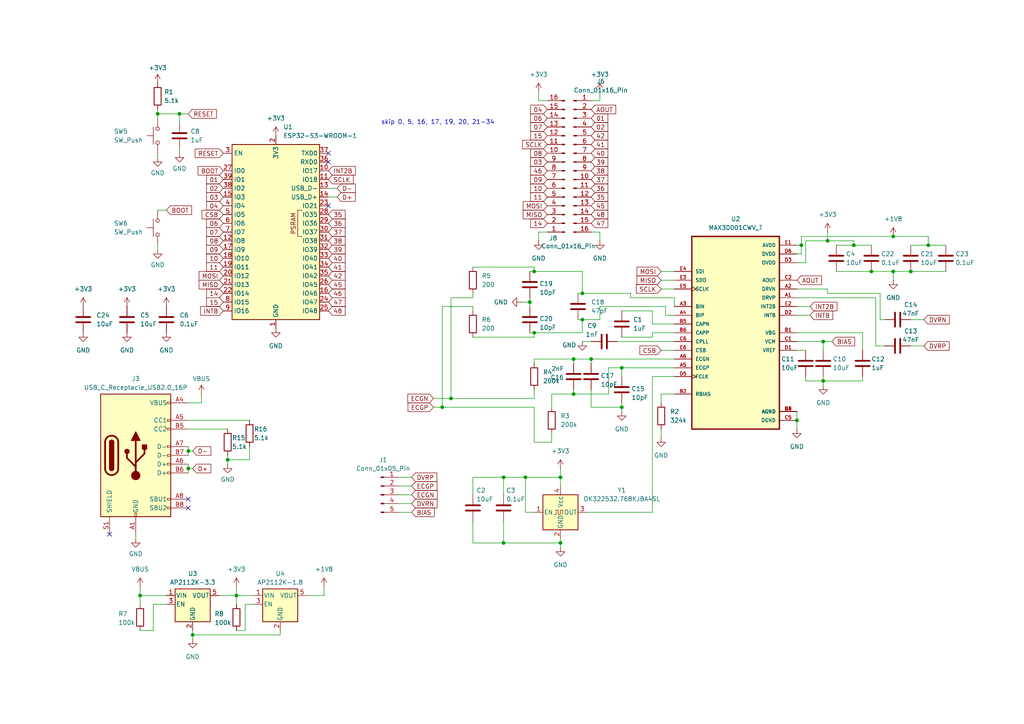
<source format=kicad_sch>
(kicad_sch (version 20250114) (generator "eeschema") (generator_version "9.0")
  (paper "A4")
  (text "skip 0, 5, 16, 17, 19, 20, 21-34" (at 127 35.56 0) (effects (font (size 1.27 1.27))))
  (junction (at 45.72 33.02))
  (junction (at 166.37 104.14))
  (junction (at 232.41 71.12))
  (junction (at 130.81 115.57))
  (junction (at 152.4 138.43))
  (junction (at 55.88 184.15))
  (junction (at 146.05 138.43))
  (junction (at 52.07 33.02))
  (junction (at 264.16 78.74))
  (junction (at 269.24 71.12))
  (junction (at 231.14 121.92))
  (junction (at 154.94 96.52))
  (junction (at 238.76 99.06))
  (junction (at 259.08 78.74))
  (junction (at 40.64 172.72))
  (junction (at 252.73 78.74))
  (junction (at 247.65 71.12))
  (junction (at 171.45 104.14))
  (junction (at 54.61 135.89))
  (junction (at 146.05 157.48))
  (junction (at 154.94 78.74))
  (junction (at 66.04 133.35))
  (junction (at 162.56 138.43))
  (junction (at 162.56 157.48))
  (junction (at 54.61 130.81))
  (junction (at 128.27 118.11))
  (junction (at 180.34 106.68))
  (junction (at 153.67 87.63))
  (junction (at 166.37 114.3))
  (junction (at 68.58 172.72))
  (junction (at 180.34 118.11))
  (junction (at 168.91 92.71))
  (junction (at 168.91 85.09))
  (junction (at 259.08 68.58))
  (junction (at 238.76 110.49))
  (junction (at 240.03 69.85))
  (no_connect (at 95.25 59.69))
  (no_connect (at 54.61 144.78))
  (no_connect (at 31.75 154.94))
  (no_connect (at 95.25 44.45))
  (no_connect (at 95.25 46.99))
  (no_connect (at 54.61 147.32))
  (wire (pts (xy 44.45 182.88) (xy 40.64 182.88)))
  (wire (pts (xy 54.61 130.81) (xy 55.88 130.81)))
  (wire (pts (xy 162.56 135.89) (xy 162.56 138.43)))
  (wire (pts (xy 45.72 60.96) (xy 48.26 60.96)))
  (wire (pts (xy 171.45 118.11) (xy 180.34 118.11)))
  (wire (pts (xy 231.14 119.38) (xy 231.14 121.92)))
  (wire (pts (xy 119.38 146.05) (xy 115.57 146.05)))
  (wire (pts (xy 154.94 118.11) (xy 128.27 118.11)))
  (wire (pts (xy 158.75 67.31) (xy 156.21 67.31)))
  (wire (pts (xy 232.41 68.58) (xy 259.08 68.58)))
  (wire (pts (xy 66.04 133.35) (xy 66.04 132.08)))
  (wire (pts (xy 189.23 109.22) (xy 195.58 109.22)))
  (wire (pts (xy 137.16 97.79) (xy 154.94 97.79)))
  (wire (pts (xy 173.99 92.71) (xy 168.91 92.71)))
  (wire (pts (xy 255.27 92.71) (xy 256.54 92.71)))
  (wire (pts (xy 193.04 91.44) (xy 193.04 88.9)))
  (wire (pts (xy 146.05 138.43) (xy 152.4 138.43)))
  (wire (pts (xy 68.58 182.88) (xy 71.12 182.88)))
  (wire (pts (xy 162.56 138.43) (xy 162.56 140.97)))
  (wire (pts (xy 119.38 138.43) (xy 115.57 138.43)))
  (wire (pts (xy 160.02 114.3) (xy 166.37 114.3)))
  (wire (pts (xy 191.77 83.82) (xy 195.58 83.82)))
  (wire (pts (xy 156.21 67.31) (xy 156.21 69.85)))
  (wire (pts (xy 167.64 85.09) (xy 168.91 85.09)))
  (wire (pts (xy 238.76 99.06) (xy 241.3 99.06)))
  (wire (pts (xy 191.77 116.84) (xy 191.77 114.3)))
  (wire (pts (xy 154.94 104.14) (xy 166.37 104.14)))
  (wire (pts (xy 45.72 72.39) (xy 45.72 71.12)))
  (wire (pts (xy 171.45 105.41) (xy 171.45 104.14)))
  (wire (pts (xy 63.5 172.72) (xy 68.58 172.72)))
  (wire (pts (xy 242.57 78.74) (xy 252.73 78.74)))
  (wire (pts (xy 45.72 33.02) (xy 52.07 33.02)))
  (wire (pts (xy 269.24 71.12) (xy 274.32 71.12)))
  (wire (pts (xy 191.77 124.46) (xy 191.77 127)))
  (wire (pts (xy 195.58 91.44) (xy 193.04 91.44)))
  (wire (pts (xy 137.16 138.43) (xy 146.05 138.43)))
  (wire (pts (xy 137.16 157.48) (xy 146.05 157.48)))
  (wire (pts (xy 156.21 26.67) (xy 156.21 29.21)))
  (wire (pts (xy 40.64 172.72) (xy 48.26 172.72)))
  (wire (pts (xy 58.42 114.3) (xy 58.42 116.84)))
  (wire (pts (xy 233.68 69.85) (xy 240.03 69.85)))
  (wire (pts (xy 45.72 45.72) (xy 45.72 44.45)))
  (wire (pts (xy 168.91 96.52) (xy 168.91 92.71)))
  (wire (pts (xy 264.16 92.71) (xy 267.97 92.71)))
  (wire (pts (xy 166.37 104.14) (xy 166.37 105.41)))
  (wire (pts (xy 264.16 100.33) (xy 267.97 100.33)))
  (wire (pts (xy 238.76 110.49) (xy 238.76 111.76)))
  (wire (pts (xy 250.19 110.49) (xy 238.76 110.49)))
  (wire (pts (xy 153.67 86.36) (xy 153.67 87.63)))
  (wire (pts (xy 162.56 157.48) (xy 162.56 158.75)))
  (wire (pts (xy 154.94 78.74) (xy 168.91 78.74)))
  (wire (pts (xy 128.27 88.9) (xy 128.27 118.11)))
  (wire (pts (xy 40.64 170.18) (xy 40.64 172.72)))
  (wire (pts (xy 54.61 134.62) (xy 54.61 135.89)))
  (wire (pts (xy 162.56 156.21) (xy 162.56 157.48)))
  (wire (pts (xy 168.91 85.09) (xy 182.88 85.09)))
  (wire (pts (xy 39.37 156.21) (xy 39.37 154.94)))
  (wire (pts (xy 240.03 85.09) (xy 255.27 85.09)))
  (wire (pts (xy 48.26 175.26) (xy 44.45 175.26)))
  (wire (pts (xy 269.24 68.58) (xy 269.24 71.12)))
  (wire (pts (xy 231.14 101.6) (xy 233.68 101.6)))
  (wire (pts (xy 130.81 86.36) (xy 130.81 115.57)))
  (wire (pts (xy 158.75 29.21) (xy 156.21 29.21)))
  (wire (pts (xy 233.68 109.22) (xy 233.68 110.49)))
  (wire (pts (xy 166.37 104.14) (xy 171.45 104.14)))
  (wire (pts (xy 189.23 93.98) (xy 189.23 90.17)))
  (wire (pts (xy 137.16 151.13) (xy 137.16 157.48)))
  (wire (pts (xy 54.61 135.89) (xy 55.88 135.89)))
  (wire (pts (xy 153.67 78.74) (xy 154.94 78.74)))
  (wire (pts (xy 119.38 148.59) (xy 115.57 148.59)))
  (wire (pts (xy 252.73 78.74) (xy 259.08 78.74)))
  (wire (pts (xy 119.38 143.51) (xy 115.57 143.51)))
  (wire (pts (xy 137.16 88.9) (xy 137.16 90.17)))
  (wire (pts (xy 154.94 148.59) (xy 152.4 148.59)))
  (wire (pts (xy 168.91 99.06) (xy 171.45 99.06)))
  (wire (pts (xy 137.16 86.36) (xy 137.16 85.09)))
  (wire (pts (xy 264.16 78.74) (xy 274.32 78.74)))
  (wire (pts (xy 151.13 87.63) (xy 153.67 87.63)))
  (wire (pts (xy 254 86.36) (xy 254 100.33)))
  (wire (pts (xy 231.14 91.44) (xy 234.95 91.44)))
  (wire (pts (xy 45.72 31.75) (xy 45.72 33.02)))
  (wire (pts (xy 160.02 128.27) (xy 160.02 125.73)))
  (wire (pts (xy 68.58 172.72) (xy 73.66 172.72)))
  (wire (pts (xy 152.4 138.43) (xy 162.56 138.43)))
  (wire (pts (xy 154.94 115.57) (xy 154.94 113.03)))
  (wire (pts (xy 232.41 71.12) (xy 231.14 71.12)))
  (wire (pts (xy 52.07 44.45) (xy 52.07 43.18)))
  (wire (pts (xy 173.99 67.31) (xy 173.99 69.85)))
  (wire (pts (xy 264.16 71.12) (xy 269.24 71.12)))
  (wire (pts (xy 130.81 115.57) (xy 154.94 115.57)))
  (wire (pts (xy 168.91 92.71) (xy 167.64 92.71)))
  (wire (pts (xy 170.18 148.59) (xy 189.23 148.59)))
  (wire (pts (xy 240.03 69.85) (xy 247.65 69.85)))
  (wire (pts (xy 130.81 86.36) (xy 137.16 86.36)))
  (wire (pts (xy 189.23 96.52) (xy 189.23 97.79)))
  (wire (pts (xy 40.64 175.26) (xy 40.64 172.72)))
  (wire (pts (xy 250.19 96.52) (xy 250.19 101.6)))
  (wire (pts (xy 128.27 118.11) (xy 125.73 118.11)))
  (wire (pts (xy 52.07 33.02) (xy 52.07 35.56)))
  (wire (pts (xy 176.53 114.3) (xy 176.53 106.68)))
  (wire (pts (xy 137.16 143.51) (xy 137.16 138.43)))
  (wire (pts (xy 191.77 81.28) (xy 195.58 81.28)))
  (wire (pts (xy 154.94 128.27) (xy 154.94 118.11)))
  (wire (pts (xy 154.94 128.27) (xy 160.02 128.27)))
  (wire (pts (xy 259.08 81.28) (xy 259.08 78.74)))
  (wire (pts (xy 180.34 118.11) (xy 180.34 119.38)))
  (wire (pts (xy 72.39 133.35) (xy 66.04 133.35)))
  (wire (pts (xy 52.07 33.02) (xy 54.61 33.02)))
  (wire (pts (xy 231.14 76.2) (xy 233.68 76.2)))
  (wire (pts (xy 166.37 113.03) (xy 166.37 114.3)))
  (wire (pts (xy 250.19 109.22) (xy 250.19 110.49)))
  (wire (pts (xy 153.67 96.52) (xy 154.94 96.52)))
  (wire (pts (xy 180.34 116.84) (xy 180.34 118.11)))
  (wire (pts (xy 54.61 135.89) (xy 54.61 137.16)))
  (wire (pts (xy 233.68 76.2) (xy 233.68 69.85)))
  (wire (pts (xy 238.76 109.22) (xy 238.76 110.49)))
  (wire (pts (xy 137.16 77.47) (xy 154.94 77.47)))
  (wire (pts (xy 182.88 86.36) (xy 195.58 86.36)))
  (wire (pts (xy 191.77 114.3) (xy 195.58 114.3)))
  (wire (pts (xy 95.25 54.61) (xy 97.79 54.61)))
  (wire (pts (xy 232.41 73.66) (xy 232.41 71.12)))
  (wire (pts (xy 182.88 85.09) (xy 182.88 86.36)))
  (wire (pts (xy 68.58 170.18) (xy 68.58 172.72)))
  (wire (pts (xy 231.14 96.52) (xy 250.19 96.52)))
  (wire (pts (xy 119.38 140.97) (xy 115.57 140.97)))
  (wire (pts (xy 232.41 68.58) (xy 232.41 71.12)))
  (wire (pts (xy 231.14 83.82) (xy 240.03 83.82)))
  (wire (pts (xy 146.05 157.48) (xy 162.56 157.48)))
  (wire (pts (xy 154.94 105.41) (xy 154.94 104.14)))
  (wire (pts (xy 81.28 182.88) (xy 81.28 184.15)))
  (wire (pts (xy 231.14 99.06) (xy 238.76 99.06)))
  (wire (pts (xy 193.04 88.9) (xy 173.99 88.9)))
  (wire (pts (xy 242.57 71.12) (xy 247.65 71.12)))
  (wire (pts (xy 189.23 97.79) (xy 180.34 97.79)))
  (wire (pts (xy 189.23 148.59) (xy 189.23 109.22)))
  (wire (pts (xy 247.65 71.12) (xy 252.73 71.12)))
  (wire (pts (xy 154.94 77.47) (xy 154.94 78.74)))
  (wire (pts (xy 125.73 115.57) (xy 130.81 115.57)))
  (wire (pts (xy 55.88 182.88) (xy 55.88 184.15)))
  (wire (pts (xy 153.67 87.63) (xy 153.67 88.9)))
  (wire (pts (xy 55.88 184.15) (xy 55.88 185.42)))
  (wire (pts (xy 180.34 106.68) (xy 180.34 109.22)))
  (wire (pts (xy 88.9 172.72) (xy 93.98 172.72)))
  (wire (pts (xy 93.98 170.18) (xy 93.98 172.72)))
  (wire (pts (xy 259.08 78.74) (xy 264.16 78.74)))
  (wire (pts (xy 81.28 184.15) (xy 55.88 184.15)))
  (wire (pts (xy 240.03 83.82) (xy 240.03 85.09)))
  (wire (pts (xy 171.45 29.21) (xy 173.99 29.21)))
  (wire (pts (xy 152.4 148.59) (xy 152.4 138.43)))
  (wire (pts (xy 166.37 114.3) (xy 176.53 114.3)))
  (wire (pts (xy 231.14 86.36) (xy 254 86.36)))
  (wire (pts (xy 95.25 57.15) (xy 97.79 57.15)))
  (wire (pts (xy 66.04 134.62) (xy 66.04 133.35)))
  (wire (pts (xy 171.45 104.14) (xy 195.58 104.14)))
  (wire (pts (xy 240.03 67.31) (xy 240.03 69.85)))
  (wire (pts (xy 254 100.33) (xy 256.54 100.33)))
  (wire (pts (xy 146.05 143.51) (xy 146.05 138.43)))
  (wire (pts (xy 176.53 106.68) (xy 180.34 106.68)))
  (wire (pts (xy 195.58 96.52) (xy 189.23 96.52)))
  (wire (pts (xy 160.02 114.3) (xy 160.02 118.11)))
  (wire (pts (xy 195.58 93.98) (xy 189.23 93.98)))
  (wire (pts (xy 45.72 34.29) (xy 45.72 33.02)))
  (wire (pts (xy 231.14 88.9) (xy 234.95 88.9)))
  (wire (pts (xy 247.65 69.85) (xy 247.65 71.12)))
  (wire (pts (xy 259.08 68.58) (xy 269.24 68.58)))
  (wire (pts (xy 72.39 129.54) (xy 72.39 133.35)))
  (wire (pts (xy 54.61 124.46) (xy 66.04 124.46)))
  (wire (pts (xy 171.45 113.03) (xy 171.45 118.11)))
  (wire (pts (xy 179.07 99.06) (xy 195.58 99.06)))
  (wire (pts (xy 173.99 26.67) (xy 173.99 29.21)))
  (wire (pts (xy 54.61 129.54) (xy 54.61 130.81)))
  (wire (pts (xy 233.68 110.49) (xy 238.76 110.49)))
  (wire (pts (xy 71.12 175.26) (xy 73.66 175.26)))
  (wire (pts (xy 44.45 175.26) (xy 44.45 182.88)))
  (wire (pts (xy 255.27 85.09) (xy 255.27 92.71)))
  (wire (pts (xy 68.58 172.72) (xy 68.58 175.26)))
  (wire (pts (xy 189.23 90.17) (xy 180.34 90.17)))
  (wire (pts (xy 146.05 151.13) (xy 146.05 157.48)))
  (wire (pts (xy 168.91 78.74) (xy 168.91 85.09)))
  (wire (pts (xy 173.99 88.9) (xy 173.99 92.71)))
  (wire (pts (xy 71.12 182.88) (xy 71.12 175.26)))
  (wire (pts (xy 154.94 97.79) (xy 154.94 96.52)))
  (wire (pts (xy 231.14 121.92) (xy 231.14 124.46)))
  (wire (pts (xy 238.76 99.06) (xy 238.76 101.6)))
  (wire (pts (xy 54.61 121.92) (xy 72.39 121.92)))
  (wire (pts (xy 154.94 96.52) (xy 168.91 96.52)))
  (wire (pts (xy 195.58 86.36) (xy 195.58 88.9)))
  (wire (pts (xy 58.42 116.84) (xy 54.61 116.84)))
  (wire (pts (xy 231.14 73.66) (xy 232.41 73.66)))
  (wire (pts (xy 191.77 101.6) (xy 195.58 101.6)))
  (wire (pts (xy 191.77 78.74) (xy 195.58 78.74)))
  (wire (pts (xy 54.61 130.81) (xy 54.61 132.08)))
  (wire (pts (xy 171.45 67.31) (xy 173.99 67.31)))
  (wire (pts (xy 180.34 106.68) (xy 195.58 106.68)))
  (wire (pts (xy 128.27 88.9) (xy 137.16 88.9)))
  (global_label "D-" (shape input) (at 55.88 130.81 0) (property "Intersheetrefs" "${INTERSHEET_REFS}" (effects (hide yes))))
  (global_label "09" (shape input) (at 158.75 52.07 180) (property "Intersheetrefs" "${INTERSHEET_REFS}" (effects (hide yes))))
  (global_label "36" (shape input) (at 171.45 54.61 0) (property "Intersheetrefs" "${INTERSHEET_REFS}" (effects (hide yes))))
  (global_label "08" (shape input) (at 64.77 69.85 180) (property "Intersheetrefs" "${INTERSHEET_REFS}" (effects (hide yes))))
  (global_label "ECGP" (shape input) (at 125.73 118.11 180) (property "Intersheetrefs" "${INTERSHEET_REFS}" (effects (hide yes))))
  (global_label "INT2B" (shape input) (at 95.25 49.53 0) (property "Intersheetrefs" "${INTERSHEET_REFS}" (effects (hide yes))))
  (global_label "RESET" (shape input) (at 64.77 44.45 180) (property "Intersheetrefs" "${INTERSHEET_REFS}" (effects (hide yes))))
  (global_label "AOUT" (shape input) (at 231.14 81.28 0) (property "Intersheetrefs" "${INTERSHEET_REFS}" (effects (hide yes))))
  (global_label "04" (shape input) (at 64.77 59.69 180) (property "Intersheetrefs" "${INTERSHEET_REFS}" (effects (hide yes))))
  (global_label "DVRP" (shape input) (at 119.38 138.43 0) (property "Intersheetrefs" "${INTERSHEET_REFS}" (effects (hide yes))))
  (global_label "MISO" (shape input) (at 191.77 81.28 180) (property "Intersheetrefs" "${INTERSHEET_REFS}" (effects (hide yes))))
  (global_label "37" (shape input) (at 171.45 52.07 0) (property "Intersheetrefs" "${INTERSHEET_REFS}" (effects (hide yes))))
  (global_label "35" (shape input) (at 171.45 57.15 0) (property "Intersheetrefs" "${INTERSHEET_REFS}" (effects (hide yes))))
  (global_label "39" (shape input) (at 171.45 46.99 0) (property "Intersheetrefs" "${INTERSHEET_REFS}" (effects (hide yes))))
  (global_label "MISO" (shape input) (at 158.75 62.23 180) (property "Intersheetrefs" "${INTERSHEET_REFS}" (effects (hide yes))))
  (global_label "ECGP" (shape input) (at 119.38 140.97 0) (property "Intersheetrefs" "${INTERSHEET_REFS}" (effects (hide yes))))
  (global_label "15" (shape input) (at 158.75 39.37 180) (property "Intersheetrefs" "${INTERSHEET_REFS}" (effects (hide yes))))
  (global_label "BOOT" (shape input) (at 48.26 60.96 0) (property "Intersheetrefs" "${INTERSHEET_REFS}" (effects (hide yes))))
  (global_label "36" (shape input) (at 95.25 64.77 0) (property "Intersheetrefs" "${INTERSHEET_REFS}" (effects (hide yes))))
  (global_label "10" (shape input) (at 64.77 74.93 180) (property "Intersheetrefs" "${INTERSHEET_REFS}" (effects (hide yes))))
  (global_label "INTB" (shape input) (at 64.77 90.17 180) (property "Intersheetrefs" "${INTERSHEET_REFS}" (effects (hide yes))))
  (global_label "D+" (shape input) (at 55.88 135.89 0) (property "Intersheetrefs" "${INTERSHEET_REFS}" (effects (hide yes))))
  (global_label "11" (shape input) (at 158.75 57.15 180) (property "Intersheetrefs" "${INTERSHEET_REFS}" (effects (hide yes))))
  (global_label "37" (shape input) (at 95.25 67.31 0) (property "Intersheetrefs" "${INTERSHEET_REFS}" (effects (hide yes))))
  (global_label "02" (shape input) (at 171.45 36.83 0) (property "Intersheetrefs" "${INTERSHEET_REFS}" (effects (hide yes))))
  (global_label "02" (shape input) (at 64.77 54.61 180) (property "Intersheetrefs" "${INTERSHEET_REFS}" (effects (hide yes))))
  (global_label "41" (shape input) (at 171.45 41.91 0) (property "Intersheetrefs" "${INTERSHEET_REFS}" (effects (hide yes))))
  (global_label "40" (shape input) (at 171.45 44.45 0) (property "Intersheetrefs" "${INTERSHEET_REFS}" (effects (hide yes))))
  (global_label "42" (shape input) (at 95.25 80.01 0) (property "Intersheetrefs" "${INTERSHEET_REFS}" (effects (hide yes))))
  (global_label "MOSI" (shape input) (at 191.77 78.74 180) (property "Intersheetrefs" "${INTERSHEET_REFS}" (effects (hide yes))))
  (global_label "38" (shape input) (at 171.45 49.53 0) (property "Intersheetrefs" "${INTERSHEET_REFS}" (effects (hide yes))))
  (global_label "45" (shape input) (at 171.45 59.69 0) (property "Intersheetrefs" "${INTERSHEET_REFS}" (effects (hide yes))))
  (global_label "48" (shape input) (at 171.45 62.23 0) (property "Intersheetrefs" "${INTERSHEET_REFS}" (effects (hide yes))))
  (global_label "46" (shape input) (at 158.75 49.53 180) (property "Intersheetrefs" "${INTERSHEET_REFS}" (effects (hide yes))))
  (global_label "42" (shape input) (at 171.45 39.37 0) (property "Intersheetrefs" "${INTERSHEET_REFS}" (effects (hide yes))))
  (global_label "DVRP" (shape input) (at 267.97 100.33 0) (property "Intersheetrefs" "${INTERSHEET_REFS}" (effects (hide yes))))
  (global_label "RESET" (shape input) (at 54.61 33.02 0) (property "Intersheetrefs" "${INTERSHEET_REFS}" (effects (hide yes))))
  (global_label "ECGN" (shape input) (at 125.73 115.57 180) (property "Intersheetrefs" "${INTERSHEET_REFS}" (effects (hide yes))))
  (global_label "INTB" (shape input) (at 234.95 91.44 0) (property "Intersheetrefs" "${INTERSHEET_REFS}" (effects (hide yes))))
  (global_label "39" (shape input) (at 95.25 72.39 0) (property "Intersheetrefs" "${INTERSHEET_REFS}" (effects (hide yes))))
  (global_label "BIAS" (shape input) (at 119.38 148.59 0) (property "Intersheetrefs" "${INTERSHEET_REFS}" (effects (hide yes))))
  (global_label "SCLK" (shape input) (at 191.77 83.82 180) (property "Intersheetrefs" "${INTERSHEET_REFS}" (effects (hide yes))))
  (global_label "14" (shape input) (at 158.75 64.77 180) (property "Intersheetrefs" "${INTERSHEET_REFS}" (effects (hide yes))))
  (global_label "03" (shape input) (at 64.77 57.15 180) (property "Intersheetrefs" "${INTERSHEET_REFS}" (effects (hide yes))))
  (global_label "SCLK" (shape input) (at 158.75 41.91 180) (property "Intersheetrefs" "${INTERSHEET_REFS}" (effects (hide yes))))
  (global_label "06" (shape input) (at 158.75 34.29 180) (property "Intersheetrefs" "${INTERSHEET_REFS}" (effects (hide yes))))
  (global_label "ECGN" (shape input) (at 119.38 143.51 0) (property "Intersheetrefs" "${INTERSHEET_REFS}" (effects (hide yes))))
  (global_label "01" (shape input) (at 171.45 34.29 0) (property "Intersheetrefs" "${INTERSHEET_REFS}" (effects (hide yes))))
  (global_label "INT2B" (shape input) (at 234.95 88.9 0) (property "Intersheetrefs" "${INTERSHEET_REFS}" (effects (hide yes))))
  (global_label "03" (shape input) (at 158.75 46.99 180) (property "Intersheetrefs" "${INTERSHEET_REFS}" (effects (hide yes))))
  (global_label "07" (shape input) (at 64.77 67.31 180) (property "Intersheetrefs" "${INTERSHEET_REFS}" (effects (hide yes))))
  (global_label "14" (shape input) (at 64.77 85.09 180) (property "Intersheetrefs" "${INTERSHEET_REFS}" (effects (hide yes))))
  (global_label "40" (shape input) (at 95.25 74.93 0) (property "Intersheetrefs" "${INTERSHEET_REFS}" (effects (hide yes))))
  (global_label "01" (shape input) (at 64.77 52.07 180) (property "Intersheetrefs" "${INTERSHEET_REFS}" (effects (hide yes))))
  (global_label "06" (shape input) (at 64.77 64.77 180) (property "Intersheetrefs" "${INTERSHEET_REFS}" (effects (hide yes))))
  (global_label "15" (shape input) (at 64.77 87.63 180) (property "Intersheetrefs" "${INTERSHEET_REFS}" (effects (hide yes))))
  (global_label "MISO" (shape input) (at 64.77 82.55 180) (property "Intersheetrefs" "${INTERSHEET_REFS}" (effects (hide yes))))
  (global_label "DVRN" (shape input) (at 267.97 92.71 0) (property "Intersheetrefs" "${INTERSHEET_REFS}" (effects (hide yes))))
  (global_label "11" (shape input) (at 64.77 77.47 180) (property "Intersheetrefs" "${INTERSHEET_REFS}" (effects (hide yes))))
  (global_label "46" (shape input) (at 95.25 85.09 0) (property "Intersheetrefs" "${INTERSHEET_REFS}" (effects (hide yes))))
  (global_label "45" (shape input) (at 95.25 82.55 0) (property "Intersheetrefs" "${INTERSHEET_REFS}" (effects (hide yes))))
  (global_label "SCLK" (shape input) (at 95.25 52.07 0) (property "Intersheetrefs" "${INTERSHEET_REFS}" (effects (hide yes))))
  (global_label "MOSI" (shape input) (at 64.77 80.01 180) (property "Intersheetrefs" "${INTERSHEET_REFS}" (effects (hide yes))))
  (global_label "48" (shape input) (at 95.25 90.17 0) (property "Intersheetrefs" "${INTERSHEET_REFS}" (effects (hide yes))))
  (global_label "10" (shape input) (at 158.75 54.61 180) (property "Intersheetrefs" "${INTERSHEET_REFS}" (effects (hide yes))))
  (global_label "D+" (shape input) (at 97.79 57.15 0) (property "Intersheetrefs" "${INTERSHEET_REFS}" (effects (hide yes))))
  (global_label "BOOT" (shape input) (at 64.77 49.53 180) (property "Intersheetrefs" "${INTERSHEET_REFS}" (effects (hide yes))))
  (global_label "09" (shape input) (at 64.77 72.39 180) (property "Intersheetrefs" "${INTERSHEET_REFS}" (effects (hide yes))))
  (global_label "07" (shape input) (at 158.75 36.83 180) (property "Intersheetrefs" "${INTERSHEET_REFS}" (effects (hide yes))))
  (global_label "MOSI" (shape input) (at 158.75 59.69 180) (property "Intersheetrefs" "${INTERSHEET_REFS}" (effects (hide yes))))
  (global_label "41" (shape input) (at 95.25 77.47 0) (property "Intersheetrefs" "${INTERSHEET_REFS}" (effects (hide yes))))
  (global_label "DVRN" (shape input) (at 119.38 146.05 0) (property "Intersheetrefs" "${INTERSHEET_REFS}" (effects (hide yes))))
  (global_label "38" (shape input) (at 95.25 69.85 0) (property "Intersheetrefs" "${INTERSHEET_REFS}" (effects (hide yes))))
  (global_label "47" (shape input) (at 95.25 87.63 0) (property "Intersheetrefs" "${INTERSHEET_REFS}" (effects (hide yes))))
  (global_label "D-" (shape input) (at 97.79 54.61 0) (property "Intersheetrefs" "${INTERSHEET_REFS}" (effects (hide yes))))
  (global_label "47" (shape input) (at 171.45 64.77 0) (property "Intersheetrefs" "${INTERSHEET_REFS}" (effects (hide yes))))
  (global_label "AOUT" (shape input) (at 171.45 31.75 0) (property "Intersheetrefs" "${INTERSHEET_REFS}" (effects (hide yes))))
  (global_label "BIAS" (shape input) (at 241.3 99.06 0) (property "Intersheetrefs" "${INTERSHEET_REFS}" (effects (hide yes))))
  (global_label "CSB" (shape input) (at 64.77 62.23 180) (property "Intersheetrefs" "${INTERSHEET_REFS}" (effects (hide yes))))
  (global_label "CSB" (shape input) (at 191.77 101.6 180) (property "Intersheetrefs" "${INTERSHEET_REFS}" (effects (hide yes))))
  (global_label "04" (shape input) (at 158.75 31.75 180) (property "Intersheetrefs" "${INTERSHEET_REFS}" (effects (hide yes))))
  (global_label "35" (shape input) (at 95.25 62.23 0) (property "Intersheetrefs" "${INTERSHEET_REFS}" (effects (hide yes))))
  (global_label "08" (shape input) (at 158.75 44.45 180) (property "Intersheetrefs" "${INTERSHEET_REFS}" (effects (hide yes))))
  (symbol (lib_id "Device:C") (at 260.35 100.33 90) (unit 1)
    (property "Reference" "C13" (at 264.16 96.012 90))
    (property "Value" "47nF" (at 264.16 98.552 90))
    (property "Footprint" "Capacitor_SMD:C_0805_2012Metric" (effects (hide yes)))
    (property "Description" "Unpolarized capacitor" (effects (hide yes)))
  )
  (symbol (lib_id "Device:C") (at 175.26 99.06 90) (unit 1)
    (property "Reference" "C9" (at 171.704 94.488 90))
    (property "Value" "1nF" (at 171.704 97.028 90))
    (property "Footprint" "Capacitor_SMD:C_0805_2012Metric" (effects (hide yes)))
    (property "Description" "Unpolarized capacitor" (effects (hide yes)))
  )
  (symbol (lib_id "Device:C") (at 146.05 147.32 0) (unit 1)
    (property "Reference" "C3" (at 146.812 142.24 0) (effects (justify left)))
    (property "Value" "0.1uF" (at 146.812 144.78 0) (effects (justify left)))
    (property "Footprint" "Capacitor_SMD:C_0805_2012Metric" (effects (hide yes)))
    (property "Description" "Unpolarized capacitor" (effects (hide yes)))
  )
  (symbol (lib_id "Connector:Conn_01x05_Pin") (at 110.49 143.51 0) (unit 1)
    (property "Reference" "J1" (at 111.125 133.35 0))
    (property "Value" "Conn_01x05_Pin" (at 111.125 135.89 0))
    (property "Footprint" "Connector_PinHeader_2.54mm:PinHeader_1x05_P2.54mm_Vertical" (effects (hide yes)))
    (property "Description" "Generic connector, single row, 01x05, script generated" (effects (hide yes)))
  )
  (symbol (lib_id "power:+3V3") (at 156.21 26.67 0) (unit 1)
    (property "Reference" "#PWR031" (effects (hide yes)))
    (property "Value" "+3V3" (at 156.21 21.59 0))
    (property "Description" "Power symbol creates a global label with name \"+3V3\"" (effects (hide yes)))
  )
  (symbol (lib_id "Device:C") (at 250.19 105.41 0) (unit 1)
    (property "Reference" "C12" (at 252.73 104.14 0) (effects (justify left)))
    (property "Value" "1uF" (at 252.73 106.68 0) (effects (justify left)))
    (property "Footprint" "Capacitor_SMD:C_0805_2012Metric" (effects (hide yes)))
    (property "Description" "Unpolarized capacitor" (effects (hide yes)))
  )
  (symbol (lib_name "GND_13") (lib_id "power:GND") (at 156.21 69.85 0) (unit 1)
    (property "Reference" "#PWR033" (effects (hide yes)))
    (property "Value" "GND" (at 156.21 74.93 0))
    (property "Description" "Power symbol creates a global label with name \"GND\" , ground" (effects (hide yes)))
  )
  (symbol (lib_id "Device:C") (at 264.16 74.93 0) (unit 1)
    (property "Reference" "C21" (at 266.954 73.66 0) (effects (justify left)))
    (property "Value" "10uF" (at 266.954 76.2 0) (effects (justify left)))
    (property "Footprint" "Capacitor_SMD:C_0805_2012Metric" (effects (hide yes)))
    (property "Description" "Unpolarized capacitor" (effects (hide yes)))
  )
  (symbol (lib_id "Device:C") (at 233.68 105.41 0) (unit 1)
    (property "Reference" "C11" (at 226.568 104.14 0) (effects (justify left)))
    (property "Value" "10uF" (at 226.568 106.68 0) (effects (justify left)))
    (property "Footprint" "Capacitor_SMD:C_0805_2012Metric" (effects (hide yes)))
    (property "Description" "Unpolarized capacitor" (effects (hide yes)))
  )
  (symbol (lib_name "GND_4") (lib_id "power:GND") (at 231.14 124.46 0) (unit 1)
    (property "Reference" "#PWR07" (effects (hide yes)))
    (property "Value" "GND" (at 231.14 129.54 0))
    (property "Description" "Power symbol creates a global label with name \"GND\" , ground" (effects (hide yes)))
  )
  (symbol (lib_name "GND_8") (lib_id "power:GND") (at 191.77 127 0) (unit 1)
    (property "Reference" "#PWR08" (effects (hide yes)))
    (property "Value" "GND" (at 191.77 132.08 0))
    (property "Description" "Power symbol creates a global label with name \"GND\" , ground" (effects (hide yes)))
  )
  (symbol (lib_name "GND_9") (lib_id "power:GND") (at 238.76 111.76 0) (unit 1)
    (property "Reference" "#PWR09" (effects (hide yes)))
    (property "Value" "GND" (at 238.76 116.84 0))
    (property "Description" "Power symbol creates a global label with name \"GND\" , ground" (effects (hide yes)))
  )
  (symbol (lib_id "Device:R") (at 137.16 93.98 0) (unit 1)
    (property "Reference" "R6" (at 139.7 92.7099 0) (effects (justify left)))
    (property "Value" "200" (at 139.7 95.2499 0) (effects (justify left)))
    (property "Footprint" "Resistor_SMD:R_0805_2012Metric" (effects (hide yes)))
    (property "Description" "Resistor" (effects (hide yes)))
  )
  (symbol (lib_id "Device:C") (at 252.73 74.93 0) (unit 1)
    (property "Reference" "C22" (at 255.524 73.66 0) (effects (justify left)))
    (property "Value" "0.1uF" (at 255.524 76.2 0) (effects (justify left)))
    (property "Footprint" "Capacitor_SMD:C_0805_2012Metric" (effects (hide yes)))
    (property "Description" "Unpolarized capacitor" (effects (hide yes)))
  )
  (symbol (lib_id "power:+3V3") (at 36.83 88.9 0) (unit 1)
    (property "Reference" "#PWR018" (effects (hide yes)))
    (property "Value" "+3V3" (at 36.83 83.82 0))
    (property "Description" "Power symbol creates a global label with name \"+3V3\"" (effects (hide yes)))
  )
  (symbol (lib_id "Device:R") (at 160.02 121.92 0) (unit 1)
    (property "Reference" "R3" (at 162.56 120.6499 0) (effects (justify left)))
    (property "Value" "200k" (at 162.56 123.1899 0) (effects (justify left)))
    (property "Footprint" "Resistor_SMD:R_0805_2012Metric" (effects (hide yes)))
    (property "Description" "Resistor" (effects (hide yes)))
  )
  (symbol (lib_id "Device:R") (at 45.72 27.94 0) (unit 1)
    (property "Reference" "R1" (at 47.625 26.67 0) (effects (justify left)))
    (property "Value" "5.1k" (at 47.625 29.21 0) (effects (justify left)))
    (property "Footprint" "Resistor_SMD:R_0805_2012Metric" (effects (hide yes)))
  )
  (symbol (lib_id "Device:C") (at 242.57 74.93 0) (unit 1)
    (property "Reference" "C4" (at 245.364 73.66 0) (effects (justify left)))
    (property "Value" "10uF" (at 245.364 76.2 0) (effects (justify left)))
    (property "Footprint" "Capacitor_SMD:C_0805_2012Metric" (effects (hide yes)))
    (property "Description" "Unpolarized capacitor" (effects (hide yes)))
  )
  (symbol (lib_id "Regulator_Linear:AP2112K-3.3") (at 55.88 175.26 0) (unit 1)
    (property "Reference" "U3" (at 55.88 166.37 0))
    (property "Value" "AP2112K-3.3" (at 55.88 168.91 0))
    (property "Footprint" "Package_TO_SOT_SMD:SOT-23-5" (effects (hide yes)))
    (property "Datasheet" "https://www.diodes.com/assets/Datasheets/AP2112.pdf" (effects (hide yes)))
    (property "Description" "600mA low dropout linear regulator, with enable pin, 3.8V-6V input voltage range, 3.3V fixed positive output, SOT-23-5" (effects (hide yes)))
  )
  (symbol (lib_id "Device:C") (at 180.34 113.03 0) (unit 1)
    (property "Reference" "C15" (at 183.134 112.776 0) (effects (justify left)))
    (property "Value" "10pF" (at 183.134 115.316 0) (effects (justify left)))
    (property "Footprint" "Capacitor_SMD:C_0805_2012Metric" (effects (hide yes)))
    (property "Description" "Unpolarized capacitor" (effects (hide yes)))
  )
  (symbol (lib_id "Device:C") (at 166.37 109.22 180) (unit 1)
    (property "Reference" "C16" (at 163.576 109.474 0) (effects (justify left)))
    (property "Value" "2nF" (at 163.576 106.934 0) (effects (justify left)))
    (property "Footprint" "Capacitor_SMD:C_0805_2012Metric" (effects (hide yes)))
    (property "Description" "Unpolarized capacitor" (effects (hide yes)))
  )
  (symbol (lib_id "Device:C") (at 153.67 92.71 0) (unit 1)
    (property "Reference" "C20" (at 156.464 92.456 0) (effects (justify left)))
    (property "Value" "10pF" (at 156.464 94.996 0) (effects (justify left)))
    (property "Footprint" "Capacitor_SMD:C_0805_2012Metric" (effects (hide yes)))
    (property "Description" "Unpolarized capacitor" (effects (hide yes)))
  )
  (symbol (lib_id "Connector:USB_C_Receptacle_USB2.0_16P") (at 39.37 132.08 0) (unit 1)
    (property "Reference" "J3" (at 39.37 109.855 0))
    (property "Value" "USB_C_Receptacle_USB2.0_16P" (at 39.37 112.395 0))
    (property "Footprint" "Connector_USB:USB_C_Receptacle_GCT_USB4085" (effects (hide yes)))
    (property "Datasheet" "https://www.usb.org/sites/default/files/documents/usb_type-c.zip" (effects (hide yes)))
  )
  (symbol (lib_id "Device:C") (at 24.13 92.71 0) (unit 1)
    (property "Reference" "C24" (at 27.94 91.4399 0) (effects (justify left)))
    (property "Value" "10uF" (at 27.94 93.9799 0) (effects (justify left)))
    (property "Footprint" "Capacitor_SMD:C_0805_2012Metric" (effects (hide yes)))
    (property "Description" "Unpolarized capacitor" (effects (hide yes)))
  )
  (symbol (lib_id "power:+3V3") (at 240.03 67.31 0) (unit 1)
    (property "Reference" "#PWR028" (effects (hide yes)))
    (property "Value" "+3V3" (at 240.03 62.23 0))
    (property "Description" "Power symbol creates a global label with name \"+3V3\"" (effects (hide yes)))
  )
  (symbol (lib_id "power:GND") (at 45.72 72.39 0) (unit 1)
    (property "Reference" "#PWR024" (effects (hide yes)))
    (property "Value" "GND" (at 45.72 76.835 0))
  )
  (symbol (lib_id "power:GND") (at 66.04 134.62 0) (unit 1)
    (property "Reference" "#PWR050" (effects (hide yes)))
    (property "Value" "GND" (at 66.04 139.065 0))
  )
  (symbol (lib_id "Device:C") (at 171.45 109.22 0) (unit 1)
    (property "Reference" "C17" (at 174.244 108.966 0) (effects (justify left)))
    (property "Value" "10pF" (at 174.244 111.506 0) (effects (justify left)))
    (property "Footprint" "Capacitor_SMD:C_0805_2012Metric" (effects (hide yes)))
    (property "Description" "Unpolarized capacitor" (effects (hide yes)))
  )
  (symbol (lib_id "power:+3V3") (at 68.58 170.18 0) (unit 1)
    (property "Reference" "#PWR010" (effects (hide yes)))
    (property "Value" "+3V3" (at 68.58 165.1 0))
    (property "Description" "Power symbol creates a global label with name \"+3V3\"" (effects (hide yes)))
  )
  (symbol (lib_name "GND_11") (lib_id "power:GND") (at 151.13 87.63 270) (unit 1)
    (property "Reference" "#PWR026" (effects (hide yes)))
    (property "Value" "GND" (at 147.32 87.6299 90) (effects (justify right)))
    (property "Description" "Power symbol creates a global label with name \"GND\" , ground" (effects (hide yes)))
  )
  (symbol (lib_id "Device:C") (at 238.76 105.41 0) (unit 1)
    (property "Reference" "C10" (at 241.554 104.14 0) (effects (justify left)))
    (property "Value" "10uF" (at 241.554 106.68 0) (effects (justify left)))
    (property "Footprint" "Capacitor_SMD:C_0805_2012Metric" (effects (hide yes)))
    (property "Description" "Unpolarized capacitor" (effects (hide yes)))
  )
  (symbol (lib_id "Device:C") (at 260.35 92.71 90) (unit 1)
    (property "Reference" "C14" (at 264.16 88.392 90))
    (property "Value" "47nF" (at 264.16 90.932 90))
    (property "Footprint" "Capacitor_SMD:C_0805_2012Metric" (effects (hide yes)))
    (property "Description" "Unpolarized capacitor" (effects (hide yes)))
  )
  (symbol (lib_id "Device:R") (at 68.58 179.07 0) (unit 1)
    (property "Reference" "R8" (at 62.23 178.054 0) (effects (justify left)))
    (property "Value" "100k" (at 62.23 180.594 0) (effects (justify left)))
    (property "Footprint" "Resistor_SMD:R_0805_2012Metric" (effects (hide yes)))
    (property "Description" "Resistor" (effects (hide yes)))
  )
  (symbol (lib_id "power:+3V3") (at 173.99 26.67 0) (unit 1)
    (property "Reference" "#PWR034" (effects (hide yes)))
    (property "Value" "+3V3" (at 173.99 21.59 0))
    (property "Description" "Power symbol creates a global label with name \"+3V3\"" (effects (hide yes)))
  )
  (symbol (lib_name "GND_12") (lib_id "power:GND") (at 173.99 69.85 0) (unit 1)
    (property "Reference" "#PWR032" (effects (hide yes)))
    (property "Value" "GND" (at 173.99 74.93 0))
    (property "Description" "Power symbol creates a global label with name \"GND\" , ground" (effects (hide yes)))
  )
  (symbol (lib_id "power:GND") (at 39.37 156.21 0) (unit 1)
    (property "Reference" "#PWR051" (effects (hide yes)))
    (property "Value" "GND" (at 39.37 160.655 0))
  )
  (symbol (lib_id "power:GND") (at 52.07 44.45 0) (unit 1)
    (property "Reference" "#PWR025" (effects (hide yes)))
    (property "Value" "GND" (at 52.07 48.895 0))
  )
  (symbol (lib_name "GND_7") (lib_id "power:GND") (at 259.08 81.28 0) (unit 1)
    (property "Reference" "#PWR06" (effects (hide yes)))
    (property "Value" "GND" (at 259.08 86.36 0))
    (property "Description" "Power symbol creates a global label with name \"GND\" , ground" (effects (hide yes)))
  )
  (symbol (lib_id "power:GND") (at 45.72 45.72 0) (unit 1)
    (property "Reference" "#PWR016" (effects (hide yes)))
    (property "Value" "GND" (at 45.72 50.165 0))
  )
  (symbol (lib_name "GND_6") (lib_id "power:GND") (at 80.01 95.25 0) (unit 1)
    (property "Reference" "#PWR013" (effects (hide yes)))
    (property "Value" "GND" (at 80.01 100.33 0))
    (property "Description" "Power symbol creates a global label with name \"GND\" , ground" (effects (hide yes)))
  )
  (symbol (lib_id "power:VBUS") (at 58.42 114.3 0) (unit 1)
    (property "Reference" "#PWR048" (effects (hide yes)))
    (property "Value" "VBUS" (at 58.42 109.855 0))
  )
  (symbol (lib_id "Device:C") (at 274.32 74.93 0) (unit 1)
    (property "Reference" "C23" (at 277.114 73.66 0) (effects (justify left)))
    (property "Value" "0.1uF" (at 277.114 76.2 0) (effects (justify left)))
    (property "Footprint" "Capacitor_SMD:C_0805_2012Metric" (effects (hide yes)))
    (property "Description" "Unpolarized capacitor" (effects (hide yes)))
  )
  (symbol (lib_name "GND_1") (lib_id "power:GND") (at 36.83 96.52 0) (unit 1)
    (property "Reference" "#PWR019" (effects (hide yes)))
    (property "Value" "GND" (at 36.83 101.6 0))
    (property "Description" "Power symbol creates a global label with name \"GND\" , ground" (effects (hide yes)))
  )
  (symbol (lib_id "Device:C") (at 48.26 92.71 0) (unit 1)
    (property "Reference" "C6" (at 52.07 91.4399 0) (effects (justify left)))
    (property "Value" "0.1uF" (at 52.07 93.9799 0) (effects (justify left)))
    (property "Footprint" "Capacitor_SMD:C_0805_2012Metric" (effects (hide yes)))
    (property "Description" "Unpolarized capacitor" (effects (hide yes)))
  )
  (symbol (lib_id "Device:C") (at 167.64 88.9 0) (unit 1)
    (property "Reference" "C18" (at 171.45 87.6299 0) (effects (justify left)))
    (property "Value" "47pF" (at 171.45 90.1699 0) (effects (justify left)))
    (property "Footprint" "Capacitor_SMD:C_0805_2012Metric" (effects (hide yes)))
    (property "Description" "Unpolarized capacitor" (effects (hide yes)))
  )
  (symbol (lib_id "Device:C") (at 153.67 82.55 0) (unit 1)
    (property "Reference" "C19" (at 156.464 82.296 0) (effects (justify left)))
    (property "Value" "10pF" (at 156.464 84.836 0) (effects (justify left)))
    (property "Footprint" "Capacitor_SMD:C_0805_2012Metric" (effects (hide yes)))
    (property "Description" "Unpolarized capacitor" (effects (hide yes)))
  )
  (symbol (lib_id "power:+1V8") (at 259.08 68.58 0) (unit 1)
    (property "Reference" "#PWR027" (effects (hide yes)))
    (property "Value" "+1V8" (at 259.08 63.5 0))
    (property "Description" "Power symbol creates a global label with name \"+1V8\"" (effects (hide yes)))
  )
  (symbol (lib_id "power:+3V3") (at 24.13 88.9 0) (unit 1)
    (property "Reference" "#PWR02" (effects (hide yes)))
    (property "Value" "+3V3" (at 24.13 83.82 0))
    (property "Description" "Power symbol creates a global label with name \"+3V3\"" (effects (hide yes)))
  )
  (symbol (lib_id "power:+1V8") (at 93.98 170.18 0) (unit 1)
    (property "Reference" "#PWR014" (effects (hide yes)))
    (property "Value" "+1V8" (at 93.98 165.1 0))
    (property "Description" "Power symbol creates a global label with name \"+1V8\"" (effects (hide yes)))
  )
  (symbol (lib_id "power:+3V3") (at 45.72 24.13 0) (unit 1)
    (property "Reference" "#PWR015" (effects (hide yes)))
    (property "Value" "+3V3" (at 45.72 19.685 0))
  )
  (symbol (lib_name "GND_3") (lib_id "power:GND") (at 162.56 158.75 0) (unit 1)
    (property "Reference" "#PWR05" (effects (hide yes)))
    (property "Value" "GND" (at 162.56 163.83 0))
    (property "Description" "Power symbol creates a global label with name \"GND\" , ground" (effects (hide yes)))
  )
  (symbol (lib_id "Switch:SW_Push") (at 45.72 39.37 90) (unit 1)
    (property "Reference" "SW5" (at 33.02 38.1 90) (effects (justify right)))
    (property "Value" "SW_Push" (at 33.02 40.64 90) (effects (justify right)))
    (property "Footprint" "Button_Switch_SMD:SW_Push_1P1T_NO_CK_KSC6xxJ" (effects (hide yes)))
  )
  (symbol (lib_id "Sensor:MAX30001CWV_T") (at 213.36 96.52 0) (unit 1)
    (property "Reference" "U2" (at 213.36 63.5 0))
    (property "Value" "MAX30001CWV_T" (at 213.36 66.04 0))
    (property "Footprint" "footprints:BGA30N50P5X6_274X292X69N" (effects (hide yes)))
    (property "Description" "Biopotential AFE 30-WLP _2.74x2.93_" (effects (hide yes)))
    (property "MF" "Analog Devices" (effects (hide yes)))
    (property "PACKAGE" "WLP-30 Maxim" (effects (hide yes)))
    (property "PRICE" "None" (effects (hide yes)))
    (property "Package" "WLP-30 Maxim" (effects (hide yes)))
    (property "Check_prices" "https://www.snapeda.com/parts/MAX30001CWV+T/Analog+Devices/view-part/?ref=eda" (effects (hide yes)))
    (property "Price" "None" (effects (hide yes)))
    (property "SnapEDA_Link" "https://www.snapeda.com/parts/MAX30001CWV+T/Analog+Devices/view-part/?ref=snap" (effects (hide yes)))
    (property "MP" "MAX30001CWV+T" (effects (hide yes)))
    (property "Availability" "In Stock" (effects (hide yes)))
    (property "AVAILABILITY" "Unavailable" (effects (hide yes)))
    (property "Description_1" "Ultra-Low-Power, Single-Channel IntegratedBiopotential (ECG, R-to-R, and Pace Detection)and Bioimpedance (BioZ) AFE" (effects (hide yes)))
  )
  (symbol (lib_id "power:+3V3") (at 48.26 88.9 0) (unit 1)
    (property "Reference" "#PWR020" (effects (hide yes)))
    (property "Value" "+3V3" (at 48.26 83.82 0))
    (property "Description" "Power symbol creates a global label with name \"+3V3\"" (effects (hide yes)))
  )
  (symbol (lib_name "GND_1") (lib_id "power:GND") (at 24.13 96.52 0) (unit 1)
    (property "Reference" "#PWR029" (effects (hide yes)))
    (property "Value" "GND" (at 24.13 101.6 0))
    (property "Description" "Power symbol creates a global label with name \"GND\" , ground" (effects (hide yes)))
  )
  (symbol (lib_id "Device:C") (at 137.16 147.32 0) (unit 1)
    (property "Reference" "C2" (at 138.176 142.24 0) (effects (justify left)))
    (property "Value" "10uF" (at 138.176 144.78 0) (effects (justify left)))
    (property "Footprint" "Capacitor_SMD:C_0805_2012Metric" (effects (hide yes)))
    (property "Description" "Unpolarized capacitor" (effects (hide yes)))
  )
  (symbol (lib_id "Switch:SW_Push") (at 45.72 66.04 90) (unit 1)
    (property "Reference" "SW6" (at 33.02 64.77 90) (effects (justify right)))
    (property "Value" "SW_Push" (at 33.02 67.31 90) (effects (justify right)))
    (property "Footprint" "Button_Switch_SMD:SW_Push_1P1T_NO_CK_KSC6xxJ" (effects (hide yes)))
  )
  (symbol (lib_id "Regulator_Linear:AP2112K-1.8") (at 81.28 175.26 0) (unit 1)
    (property "Reference" "U4" (at 81.28 166.37 0))
    (property "Value" "AP2112K-1.8" (at 81.28 168.91 0))
    (property "Footprint" "Package_TO_SOT_SMD:SOT-23-5" (effects (hide yes)))
    (property "Datasheet" "https://www.diodes.com/assets/Datasheets/AP2112.pdf" (effects (hide yes)))
    (property "Description" "600mA low dropout linear regulator, with enable pin, 2.5V-6V input voltage range, 1.8V fixed positive output, SOT-23-5" (effects (hide yes)))
  )
  (symbol (lib_name "GND_1") (lib_id "power:GND") (at 48.26 96.52 0) (unit 1)
    (property "Reference" "#PWR021" (effects (hide yes)))
    (property "Value" "GND" (at 48.26 101.6 0))
    (property "Description" "Power symbol creates a global label with name \"GND\" , ground" (effects (hide yes)))
  )
  (symbol (lib_id "Device:C") (at 36.83 92.71 0) (unit 1)
    (property "Reference" "C5" (at 40.64 91.4399 0) (effects (justify left)))
    (property "Value" "10uF" (at 40.64 93.9799 0) (effects (justify left)))
    (property "Footprint" "Capacitor_SMD:C_0805_2012Metric" (effects (hide yes)))
    (property "Description" "Unpolarized capacitor" (effects (hide yes)))
  )
  (symbol (lib_id "Device:R") (at 72.39 125.73 0) (unit 1)
    (property "Reference" "R16" (at 73.66 124.46 0) (effects (justify left)))
    (property "Value" "5.1k" (at 73.66 127 0) (effects (justify left)))
    (property "Footprint" "Resistor_SMD:R_0805_2012Metric" (effects (hide yes)))
  )
  (symbol (lib_name "GND_10") (lib_id "power:GND") (at 180.34 119.38 0) (unit 1)
    (property "Reference" "#PWR017" (effects (hide yes)))
    (property "Value" "GND" (at 180.34 124.46 0))
    (property "Description" "Power symbol creates a global label with name \"GND\" , ground" (effects (hide yes)))
  )
  (symbol (lib_name "GND_2") (lib_id "power:GND") (at 168.91 99.06 0) (unit 1)
    (property "Reference" "#PWR03" (effects (hide yes)))
    (property "Value" "GND" (at 165.1 100.076 0))
    (property "Description" "Power symbol creates a global label with name \"GND\" , ground" (effects (hide yes)))
  )
  (symbol (lib_id "RF_Module:ESP32-S3-WROOM-1") (at 80.01 67.31 0) (unit 1)
    (property "Reference" "U1" (at 82.1533 36.83 0) (effects (justify left)))
    (property "Value" "ESP32-S3-WROOM-1" (at 82.1533 39.37 0) (effects (justify left)))
    (property "Footprint" "RF_Module:ESP32-S3-WROOM-1" (effects (hide yes)))
    (property "Datasheet" "https://www.espressif.com/sites/default/files/documentation/esp32-s3-wroom-1_wroom-1u_datasheet_en.pdf" (effects (hide yes)))
    (property "Description" "RF Module, ESP32-S3 SoC, Wi-Fi 802.11b/g/n, Bluetooth, BLE, 32-bit, 3.3V, onboard antenna, SMD" (effects (hide yes)))
  )
  (symbol (lib_id "power:+3V3") (at 162.56 135.89 0) (unit 1)
    (property "Reference" "#PWR04" (effects (hide yes)))
    (property "Value" "+3V3" (at 162.56 130.81 0))
    (property "Description" "Power symbol creates a global label with name \"+3V3\"" (effects (hide yes)))
  )
  (symbol (lib_id "Device:R") (at 66.04 128.27 0) (unit 1)
    (property "Reference" "R15" (at 67.31 127 0) (effects (justify left)))
    (property "Value" "5.1k" (at 67.31 129.54 0) (effects (justify left)))
    (property "Footprint" "Resistor_SMD:R_0805_2012Metric" (effects (hide yes)))
  )
  (symbol (lib_id "Device:C") (at 52.07 39.37 0) (unit 1)
    (property "Reference" "C8" (at 55.245 38.1 0) (effects (justify left)))
    (property "Value" "1uF" (at 55.245 40.64 0) (effects (justify left)))
    (property "Footprint" "Capacitor_SMD:C_0805_2012Metric" (effects (hide yes)))
  )
  (symbol (lib_id "Connector:Conn_01x16_Pin") (at 163.83 49.53 180) (unit 1)
    (property "Reference" "J8" (at 159.258 69.088 0) (effects (justify right)))
    (property "Value" "Conn_01x16_Pin" (at 156.972 71.374 0) (effects (justify right)))
    (property "Footprint" "Connector_PinHeader_2.54mm:PinHeader_1x16_P2.54mm_Vertical" (effects (hide yes)))
    (property "Description" "Generic connector, single row, 01x16, script generated" (effects (hide yes)))
  )
  (symbol (lib_id "Device:R") (at 40.64 179.07 0) (unit 1)
    (property "Reference" "R7" (at 34.29 178.054 0) (effects (justify left)))
    (property "Value" "100k" (at 34.29 180.594 0) (effects (justify left)))
    (property "Footprint" "Resistor_SMD:R_0805_2012Metric" (effects (hide yes)))
    (property "Description" "Resistor" (effects (hide yes)))
  )
  (symbol (lib_id "Oscillator:OK322532.768KJBA4SL") (at 162.56 148.59 0) (unit 1)
    (property "Reference" "Y1" (at 180.34 142.1698 0))
    (property "Value" "OK322532.768KJBA4SL" (at 180.34 144.7098 0))
    (property "Footprint" "Crystal:Crystal_SMD_3225-4Pin_3.2x2.5mm" (effects (hide yes)))
    (property "Datasheet" "http://cdn-reichelt.de/documents/datenblatt/B400/OSZI.pdf" (effects (hide yes)))
    (property "Description" "Crystal Clock Oscillator, DIP8-style metal package" (effects (hide yes)))
  )
  (symbol (lib_id "power:+3V3") (at 80.01 39.37 0) (unit 1)
    (property "Reference" "#PWR012" (effects (hide yes)))
    (property "Value" "+3V3" (at 80.01 34.29 0))
    (property "Description" "Power symbol creates a global label with name \"+3V3\"" (effects (hide yes)))
  )
  (symbol (lib_id "Device:R") (at 191.77 120.65 0) (unit 1)
    (property "Reference" "R2" (at 194.31 119.3799 0) (effects (justify left)))
    (property "Value" "324k" (at 194.31 121.9199 0) (effects (justify left)))
    (property "Footprint" "Resistor_SMD:R_0805_2012Metric" (effects (hide yes)))
    (property "Description" "Resistor" (effects (hide yes)))
  )
  (symbol (lib_id "Connector:Conn_01x16_Pin") (at 166.37 46.99 0) (unit 1)
    (property "Reference" "J6" (at 174.244 23.622 0))
    (property "Value" "Conn_01x16_Pin" (at 174.244 26.162 0))
    (property "Footprint" "Connector_PinHeader_2.54mm:PinHeader_1x16_P2.54mm_Vertical" (effects (hide yes)))
    (property "Description" "Generic connector, single row, 01x16, script generated" (effects (hide yes)))
  )
  (symbol (lib_id "power:VBUS") (at 40.64 170.18 0) (unit 1)
    (property "Reference" "#PWR01" (effects (hide yes)))
    (property "Value" "VBUS" (at 40.64 165.1 0))
    (property "Description" "Power symbol creates a global label with name \"VBUS\"" (effects (hide yes)))
  )
  (symbol (lib_name "GND_5") (lib_id "power:GND") (at 55.88 185.42 0) (unit 1)
    (property "Reference" "#PWR011" (effects (hide yes)))
    (property "Value" "GND" (at 55.88 190.5 0))
    (property "Description" "Power symbol creates a global label with name \"GND\" , ground" (effects (hide yes)))
  )
  (symbol (lib_id "Device:R") (at 154.94 109.22 0) (unit 1)
    (property "Reference" "R4" (at 157.48 107.9499 0) (effects (justify left)))
    (property "Value" "200k" (at 157.48 110.4899 0) (effects (justify left)))
    (property "Footprint" "Resistor_SMD:R_0805_2012Metric" (effects (hide yes)))
    (property "Description" "Resistor" (effects (hide yes)))
  )
  (symbol (lib_id "Device:R") (at 137.16 81.28 0) (unit 1)
    (property "Reference" "R5" (at 139.7 80.0099 0) (effects (justify left)))
    (property "Value" "200" (at 139.7 82.5499 0) (effects (justify left)))
    (property "Footprint" "Resistor_SMD:R_0805_2012Metric" (effects (hide yes)))
    (property "Description" "Resistor" (effects (hide yes)))
  )
  (symbol (lib_id "Device:C") (at 180.34 93.98 0) (unit 1)
    (property "Reference" "C1" (at 183.642 92.71 0) (effects (justify left)))
    (property "Value" "1uF" (at 183.642 95.25 0) (effects (justify left)))
    (property "Footprint" "Capacitor_SMD:C_0805_2012Metric" (effects (hide yes)))
    (property "Description" "Unpolarized capacitor" (effects (hide yes)))
  )
)
</source>
